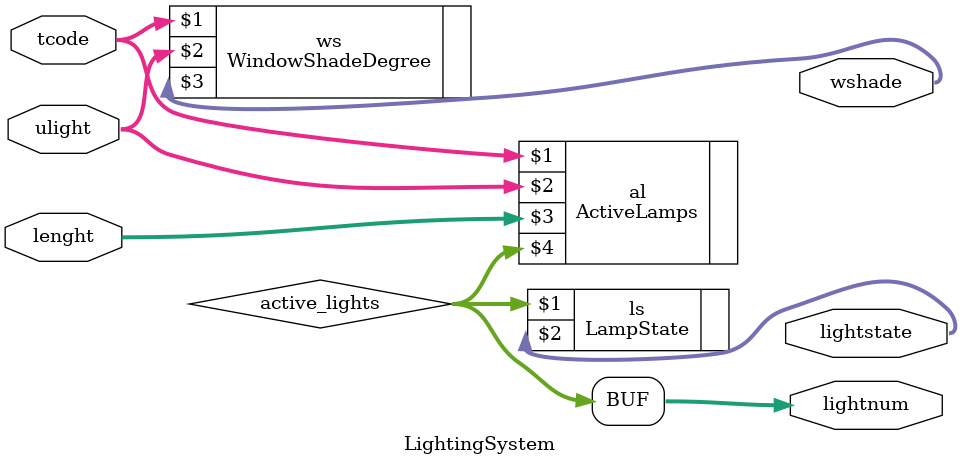
<source format=v>
`timescale 1ns / 1ps
module LightingSystem(
		input  [ 3:0] tcode, // time code    [table2 time code   ]
		input  [ 3:0] ulight, // user light   [light degree mode  ]
		input  [ 3:0] lenght, // room length  [square room lenght ]
		output [ 3:0] wshade, // shade level  [window shade level ]
		output [ 3:0] lightnum, // number on    [number of active   ]
		output [15:0] lightstate
    );
	 
	wire [3:0] active_lights;
	ActiveLamps al(tcode, ulight, lenght, active_lights);
	assign lightnum = active_lights;
	LampState ls(active_lights, lightstate);
	WindowShadeDegree ws( tcode, ulight, wshade);

endmodule

</source>
